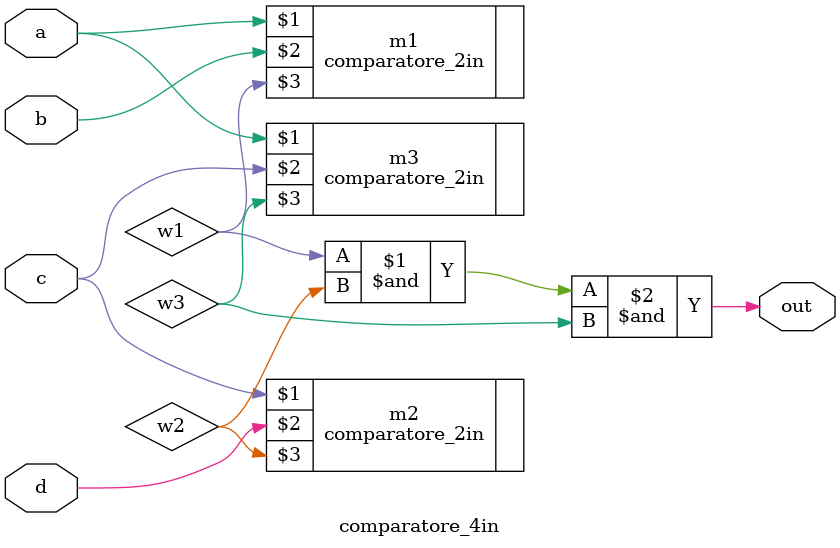
<source format=v>
`timescale 1ns / 1ps
module comparatore_4in(
    input a,
    input b,
    input c,
    input d,
    output out
    );
	 
	 wire w1,w2,w3;
	 comparatore_2in m1 (a,b,w1);
	 comparatore_2in m2 (c,d,w2);
	 comparatore_2in m3 (a,c,w3);
	 and(out,w1,w2,w3);


endmodule

</source>
